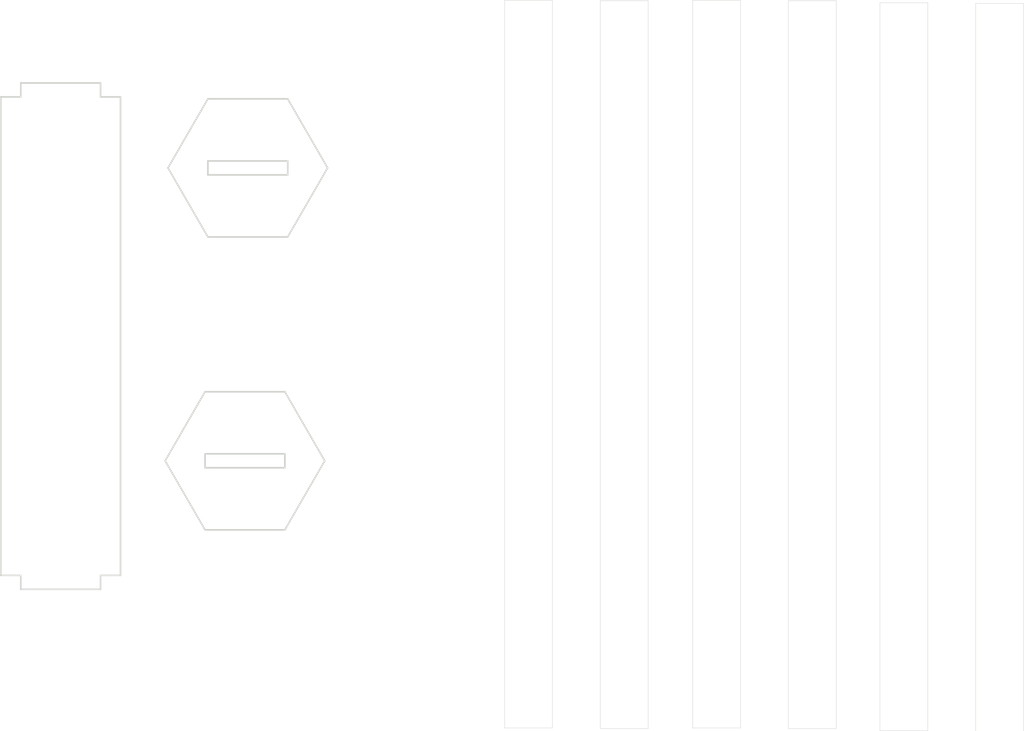
<source format=kicad_pcb>
(kicad_pcb (version 20171130) (host pcbnew "(5.1.2)-2")

  (general
    (thickness 1.6)
    (drawings 68)
    (tracks 0)
    (zones 0)
    (modules 0)
    (nets 1)
  )

  (page A4)
  (layers
    (0 F.Cu signal)
    (31 B.Cu signal)
    (32 B.Adhes user)
    (33 F.Adhes user)
    (34 B.Paste user)
    (35 F.Paste user)
    (36 B.SilkS user)
    (37 F.SilkS user)
    (38 B.Mask user)
    (39 F.Mask user)
    (40 Dwgs.User user)
    (41 Cmts.User user)
    (42 Eco1.User user)
    (43 Eco2.User user)
    (44 Edge.Cuts user)
    (45 Margin user)
    (46 B.CrtYd user)
    (47 F.CrtYd user)
    (48 B.Fab user)
    (49 F.Fab user)
  )

  (setup
    (last_trace_width 0.25)
    (trace_clearance 0.2)
    (zone_clearance 0.508)
    (zone_45_only no)
    (trace_min 0.2)
    (via_size 0.8)
    (via_drill 0.4)
    (via_min_size 0.4)
    (via_min_drill 0.3)
    (uvia_size 0.3)
    (uvia_drill 0.1)
    (uvias_allowed no)
    (uvia_min_size 0.2)
    (uvia_min_drill 0.1)
    (edge_width 0.05)
    (segment_width 0.2)
    (pcb_text_width 0.3)
    (pcb_text_size 1.5 1.5)
    (mod_edge_width 0.12)
    (mod_text_size 1 1)
    (mod_text_width 0.15)
    (pad_size 1.524 1.524)
    (pad_drill 0.762)
    (pad_to_mask_clearance 0.051)
    (solder_mask_min_width 0.25)
    (aux_axis_origin 0 0)
    (visible_elements 7FFFEFFF)
    (pcbplotparams
      (layerselection 0x010fc_ffffffff)
      (usegerberextensions false)
      (usegerberattributes false)
      (usegerberadvancedattributes false)
      (creategerberjobfile false)
      (excludeedgelayer true)
      (linewidth 0.076200)
      (plotframeref false)
      (viasonmask false)
      (mode 1)
      (useauxorigin false)
      (hpglpennumber 1)
      (hpglpenspeed 20)
      (hpglpendiameter 15.000000)
      (psnegative false)
      (psa4output false)
      (plotreference true)
      (plotvalue true)
      (plotinvisibletext false)
      (padsonsilk false)
      (subtractmaskfromsilk false)
      (outputformat 1)
      (mirror false)
      (drillshape 1)
      (scaleselection 1)
      (outputdirectory ""))
  )

  (net 0 "")

  (net_class Default "This is the default net class."
    (clearance 0.2)
    (trace_width 0.25)
    (via_dia 0.8)
    (via_drill 0.4)
    (uvia_dia 0.3)
    (uvia_drill 0.1)
  )

  (gr_line (start 159.0296 22.1564) (end 165.0296 22.1564) (layer Dwgs.User) (width 0.15) (tstamp 5DC6DA7B))
  (gr_line (start 159.0296 111.6664) (end 159.0296 20.4064) (layer Edge.Cuts) (width 0.05) (tstamp 5DC6DA7A))
  (gr_line (start 147.0408 22.0802) (end 153.0408 22.0802) (layer Dwgs.User) (width 0.15) (tstamp 5DC6DA79))
  (gr_line (start 165.0296 20.4064) (end 165.0296 111.6664) (layer Edge.Cuts) (width 0.05) (tstamp 5DC6DA78))
  (gr_line (start 165.0296 111.6664) (end 159.0296 111.6664) (layer Edge.Cuts) (width 0.05) (tstamp 5DC6DA77))
  (gr_line (start 159.0296 109.9164) (end 165.0296 109.9164) (layer Dwgs.User) (width 0.15) (tstamp 5DC6DA76))
  (gr_line (start 153.0408 20.3302) (end 153.0408 111.5902) (layer Edge.Cuts) (width 0.05) (tstamp 5DC6DA75))
  (gr_line (start 159.0296 20.4064) (end 165.0296 20.4064) (layer Edge.Cuts) (width 0.05) (tstamp 5DC6DA74))
  (gr_line (start 153.0408 111.5902) (end 147.0408 111.5902) (layer Edge.Cuts) (width 0.05) (tstamp 5DC6DA73))
  (gr_line (start 147.0408 109.8402) (end 153.0408 109.8402) (layer Dwgs.User) (width 0.15) (tstamp 5DC6DA72))
  (gr_line (start 147.0408 111.5902) (end 147.0408 20.3302) (layer Edge.Cuts) (width 0.05) (tstamp 5DC6DA71))
  (gr_line (start 147.0408 20.3302) (end 153.0408 20.3302) (layer Edge.Cuts) (width 0.05) (tstamp 5DC6DA70))
  (gr_line (start 141.56 20.0762) (end 141.56 111.3362) (layer Edge.Cuts) (width 0.05) (tstamp 5DC6DA32))
  (gr_line (start 141.56 111.3362) (end 135.56 111.3362) (layer Edge.Cuts) (width 0.05) (tstamp 5DC6DA31))
  (gr_line (start 123.5712 109.51) (end 129.5712 109.51) (layer Dwgs.User) (width 0.15) (tstamp 5DC6DA30))
  (gr_line (start 135.56 20.0762) (end 141.56 20.0762) (layer Edge.Cuts) (width 0.05) (tstamp 5DC6DA2F))
  (gr_line (start 123.5712 21.75) (end 129.5712 21.75) (layer Dwgs.User) (width 0.15) (tstamp 5DC6DA2E))
  (gr_line (start 123.5712 111.26) (end 123.5712 20) (layer Edge.Cuts) (width 0.05) (tstamp 5DC6DA2D))
  (gr_line (start 135.56 21.8262) (end 141.56 21.8262) (layer Dwgs.User) (width 0.15) (tstamp 5DC6DA2C))
  (gr_line (start 135.56 111.3362) (end 135.56 20.0762) (layer Edge.Cuts) (width 0.05) (tstamp 5DC6DA2B))
  (gr_line (start 135.56 109.5862) (end 141.56 109.5862) (layer Dwgs.User) (width 0.15) (tstamp 5DC6DA2A))
  (gr_line (start 129.5712 20) (end 129.5712 111.26) (layer Edge.Cuts) (width 0.05) (tstamp 5DC6DA29))
  (gr_line (start 129.5712 111.26) (end 123.5712 111.26) (layer Edge.Cuts) (width 0.05) (tstamp 5DC6DA28))
  (gr_line (start 123.5712 20) (end 129.5712 20) (layer Edge.Cuts) (width 0.05) (tstamp 5DC6DA27))
  (gr_line (start 111.9888 109.5862) (end 117.9888 109.5862) (layer Dwgs.User) (width 0.15) (tstamp 5DC6DA1F))
  (gr_line (start 111.9888 21.8262) (end 117.9888 21.8262) (layer Dwgs.User) (width 0.15) (tstamp 5DC6DA1E))
  (gr_line (start 111.9888 111.3362) (end 111.9888 20.0762) (layer Edge.Cuts) (width 0.05) (tstamp 5DC6DA1D))
  (gr_line (start 117.9888 20.0762) (end 117.9888 111.3362) (layer Edge.Cuts) (width 0.05) (tstamp 5DC6DA1C))
  (gr_line (start 117.9888 111.3362) (end 111.9888 111.3362) (layer Edge.Cuts) (width 0.05) (tstamp 5DC6DA1B))
  (gr_line (start 111.9888 20.0762) (end 117.9888 20.0762) (layer Edge.Cuts) (width 0.05) (tstamp 5DC6DA1A))
  (gr_line (start 100 109.51) (end 106 109.51) (layer Dwgs.User) (width 0.15))
  (gr_line (start 100 21.75) (end 106 21.75) (layer Dwgs.User) (width 0.15))
  (gr_line (start 100 111.26) (end 100 20) (layer Edge.Cuts) (width 0.05))
  (gr_line (start 106 111.26) (end 100 111.26) (layer Edge.Cuts) (width 0.05))
  (gr_line (start 106 20) (end 106 111.26) (layer Edge.Cuts) (width 0.05))
  (gr_line (start 100 20) (end 106 20) (layer Edge.Cuts) (width 0.05))
  (gr_line (start 62.466199 76.8858) (end 72.4662 76.8858) (layer Edge.Cuts) (width 0.2) (tstamp 5DC6D193))
  (gr_line (start 62.466199 86.421054) (end 72.466199 86.421054) (layer Edge.Cuts) (width 0.2) (tstamp 5DC6D192))
  (gr_line (start 72.466199 69.100546) (end 62.466199 69.100546) (layer Edge.Cuts) (width 0.2) (tstamp 5DC6D191))
  (gr_line (start 62.466199 69.100546) (end 57.466199 77.7608) (layer Edge.Cuts) (width 0.2) (tstamp 5DC6D190))
  (gr_line (start 57.466199 77.7608) (end 62.466199 86.421054) (layer Edge.Cuts) (width 0.2) (tstamp 5DC6D18F))
  (gr_line (start 72.4662 78.6358) (end 62.466199 78.6358) (layer Edge.Cuts) (width 0.2) (tstamp 5DC6D18E))
  (gr_line (start 72.466199 86.421054) (end 77.466199 77.7608) (layer Edge.Cuts) (width 0.2) (tstamp 5DC6D18D))
  (gr_line (start 77.466199 77.7608) (end 72.466199 69.100546) (layer Edge.Cuts) (width 0.2) (tstamp 5DC6D18C))
  (gr_line (start 62.466199 78.6358) (end 62.466199 76.8858) (layer Edge.Cuts) (width 0.2) (tstamp 5DC6D18B))
  (gr_line (start 72.4662 76.8858) (end 72.4662 78.6358) (layer Edge.Cuts) (width 0.2) (tstamp 5DC6D18A))
  (gr_line (start 62.821799 40.1574) (end 72.8218 40.1574) (layer Edge.Cuts) (width 0.2))
  (gr_line (start 62.821799 49.692654) (end 72.821799 49.692654) (layer Edge.Cuts) (width 0.2))
  (gr_line (start 72.821799 32.372146) (end 62.821799 32.372146) (layer Edge.Cuts) (width 0.2))
  (gr_line (start 62.821799 32.372146) (end 57.821799 41.0324) (layer Edge.Cuts) (width 0.2))
  (gr_line (start 57.821799 41.0324) (end 62.821799 49.692654) (layer Edge.Cuts) (width 0.2))
  (gr_line (start 72.8218 41.9074) (end 62.821799 41.9074) (layer Edge.Cuts) (width 0.2))
  (gr_line (start 72.821799 49.692654) (end 77.821799 41.0324) (layer Edge.Cuts) (width 0.2))
  (gr_line (start 77.821799 41.0324) (end 72.821799 32.372146) (layer Edge.Cuts) (width 0.2))
  (gr_line (start 62.821799 41.9074) (end 62.821799 40.1574) (layer Edge.Cuts) (width 0.2))
  (gr_line (start 72.8218 40.1574) (end 72.8218 41.9074) (layer Edge.Cuts) (width 0.2))
  (gr_line (start 39.37 93.8784) (end 39.37 92.1284) (layer Edge.Cuts) (width 0.2))
  (gr_line (start 36.87 32.1284) (end 39.37 32.1284) (layer Edge.Cuts) (width 0.2))
  (gr_line (start 51.87 32.1284) (end 51.87 92.1284) (layer Edge.Cuts) (width 0.2))
  (gr_line (start 36.87 92.1284) (end 36.87 32.1284) (layer Edge.Cuts) (width 0.2))
  (gr_line (start 49.37 30.3784) (end 49.37 32.1284) (layer Edge.Cuts) (width 0.2))
  (gr_line (start 39.37 32.1284) (end 39.37 30.3784) (layer Edge.Cuts) (width 0.2))
  (gr_line (start 49.37 93.8784) (end 39.37 93.8784) (layer Edge.Cuts) (width 0.2))
  (gr_line (start 49.37 32.1284) (end 51.87 32.1284) (layer Edge.Cuts) (width 0.2))
  (gr_line (start 39.37 92.1284) (end 36.87 92.1284) (layer Edge.Cuts) (width 0.2))
  (gr_line (start 49.37 92.1284) (end 49.37 93.8784) (layer Edge.Cuts) (width 0.2))
  (gr_line (start 51.87 92.1284) (end 49.37 92.1284) (layer Edge.Cuts) (width 0.2))
  (gr_line (start 39.37 30.3784) (end 49.37 30.3784) (layer Edge.Cuts) (width 0.2))

)

</source>
